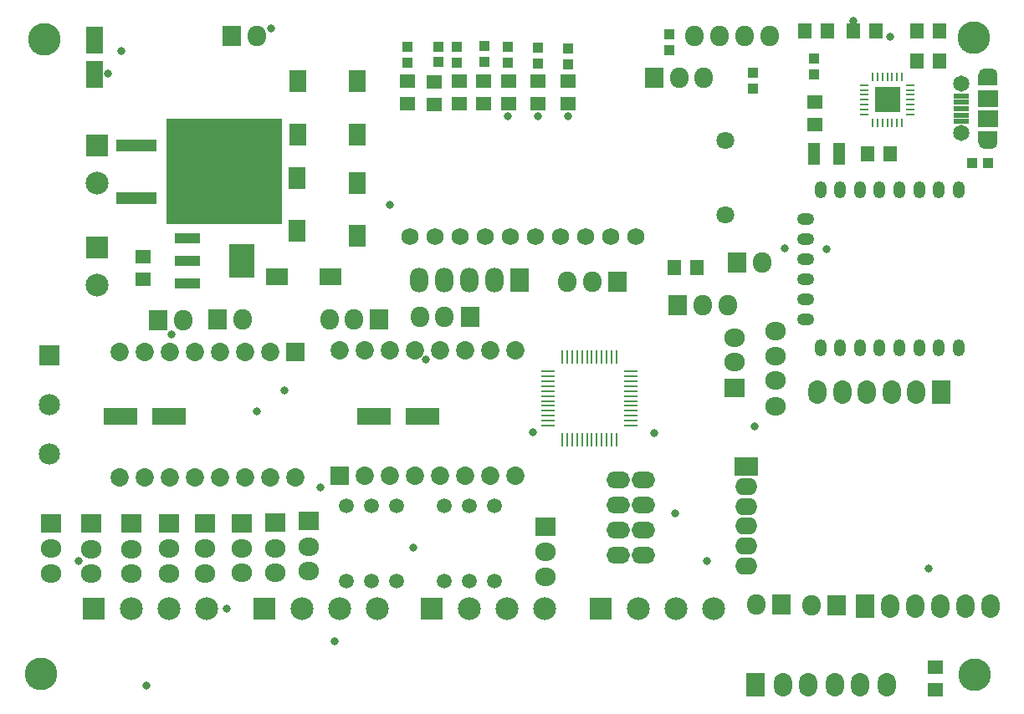
<source format=gts>
G04*
G04 #@! TF.GenerationSoftware,Altium Limited,Altium Designer,18.1.6 (161)*
G04*
G04 Layer_Color=8388736*
%FSTAX24Y24*%
%MOIN*%
G70*
G01*
G75*
%ADD18O,0.0750X0.0480*%
%ADD22R,0.0500X0.0870*%
%ADD32R,0.0080X0.0380*%
%ADD33R,0.0380X0.0080*%
%ADD37R,0.0580X0.0090*%
%ADD38R,0.0090X0.0580*%
%ADD41R,0.0830X0.0670*%
%ADD42R,0.0610X0.0240*%
%ADD43R,0.0867X0.0671*%
%ADD44R,0.0671X0.0867*%
%ADD45R,0.1320X0.0710*%
%ADD46R,0.0580X0.0630*%
%ADD47R,0.1620X0.0470*%
%ADD48R,0.4590X0.4190*%
%ADD49R,0.0630X0.0580*%
%ADD50O,0.0880X0.0680*%
%ADD51R,0.0930X0.0730*%
%ADD52R,0.0395X0.0395*%
%ADD53R,0.0395X0.0395*%
%ADD54R,0.0710X0.1084*%
%ADD55R,0.1000X0.1000*%
%ADD56O,0.0480X0.0680*%
%ADD57O,0.0680X0.0480*%
%ADD58O,0.0680X0.0480*%
%ADD59R,0.1040X0.1320*%
%ADD60R,0.1040X0.0410*%
%ADD61C,0.0907*%
%ADD62R,0.0907X0.0907*%
%ADD63C,0.0650*%
%ADD64C,0.0320*%
%ADD65R,0.0907X0.0907*%
%ADD66O,0.0830X0.0730*%
%ADD67R,0.0830X0.0730*%
%ADD68O,0.0730X0.0830*%
%ADD69R,0.0730X0.0830*%
%ADD70C,0.1300*%
%ADD71C,0.0730*%
%ADD72R,0.0730X0.0730*%
%ADD73C,0.0680*%
%ADD74O,0.0940X0.0680*%
%ADD75C,0.0592*%
%ADD76C,0.0709*%
%ADD77O,0.0730X0.0980*%
%ADD78R,0.0730X0.0980*%
%ADD79O,0.0730X0.0930*%
%ADD80R,0.0730X0.0930*%
%ADD81O,0.0730X0.0930*%
%ADD82R,0.0730X0.0930*%
%ADD83C,0.0848*%
%ADD84R,0.0848X0.0848*%
%ADD85C,0.0316*%
G36*
X047015Y0306D02*
X046265D01*
Y03014D01*
X047015D01*
Y0306D01*
D02*
G37*
G36*
Y032436D02*
X046265D01*
Y032896D01*
X047015D01*
Y032436D01*
D02*
G37*
D18*
X04664Y03014D02*
D03*
Y032896D02*
D03*
D22*
X04073Y02973D02*
D03*
X03971D02*
D03*
D32*
X043231Y030955D02*
D03*
X043034D02*
D03*
X042837D02*
D03*
X04264D02*
D03*
X042443D02*
D03*
X042246D02*
D03*
X042049D02*
D03*
Y032785D02*
D03*
X042246D02*
D03*
X042443D02*
D03*
X04264D02*
D03*
X042837D02*
D03*
X043034D02*
D03*
X043231D02*
D03*
D33*
X041725Y031279D02*
D03*
Y031476D02*
D03*
Y031673D02*
D03*
Y03187D02*
D03*
Y032067D02*
D03*
Y032264D02*
D03*
Y032461D02*
D03*
X043555D02*
D03*
Y032264D02*
D03*
Y032067D02*
D03*
Y03187D02*
D03*
Y031673D02*
D03*
Y031476D02*
D03*
Y031279D02*
D03*
D37*
X02911Y021043D02*
D03*
Y020846D02*
D03*
Y020649D02*
D03*
Y020452D02*
D03*
Y020255D02*
D03*
Y020058D02*
D03*
Y019862D02*
D03*
Y019665D02*
D03*
Y019468D02*
D03*
Y019271D02*
D03*
Y019074D02*
D03*
Y018877D02*
D03*
X03243D02*
D03*
Y019074D02*
D03*
Y019271D02*
D03*
Y019468D02*
D03*
Y019665D02*
D03*
Y019862D02*
D03*
Y020058D02*
D03*
Y020255D02*
D03*
Y020452D02*
D03*
Y020649D02*
D03*
Y020846D02*
D03*
Y021043D02*
D03*
D38*
X029687Y0183D02*
D03*
X029884D02*
D03*
X030081D02*
D03*
X030278D02*
D03*
X030475D02*
D03*
X030672D02*
D03*
X030868D02*
D03*
X031065D02*
D03*
X031262D02*
D03*
X031459D02*
D03*
X031656D02*
D03*
X031853D02*
D03*
Y02162D02*
D03*
X031656D02*
D03*
X031459D02*
D03*
X031262D02*
D03*
X031065D02*
D03*
X030868D02*
D03*
X030672D02*
D03*
X030475D02*
D03*
X030278D02*
D03*
X030081D02*
D03*
X029884D02*
D03*
X029687D02*
D03*
D41*
X04664Y031911D02*
D03*
Y031124D02*
D03*
D42*
X045587Y032029D02*
D03*
Y031774D02*
D03*
Y031518D02*
D03*
Y031262D02*
D03*
Y031006D02*
D03*
D43*
X020453Y02483D02*
D03*
X018327D02*
D03*
D44*
X02152Y028563D02*
D03*
Y026437D02*
D03*
X01913Y028763D02*
D03*
Y026637D02*
D03*
X02152Y032613D02*
D03*
Y030487D02*
D03*
X01917Y030477D02*
D03*
Y032603D02*
D03*
D45*
X024119Y01926D02*
D03*
X02219D02*
D03*
X01401D02*
D03*
X012081D02*
D03*
D46*
X04276Y02971D02*
D03*
X04186D02*
D03*
X03506Y02518D02*
D03*
X03416D02*
D03*
X04473Y03342D02*
D03*
X04383D02*
D03*
X04473Y03461D02*
D03*
X04383D02*
D03*
X0422Y03462D02*
D03*
X0413D02*
D03*
X04025D02*
D03*
X03935D02*
D03*
D47*
X012735Y027961D02*
D03*
Y030039D02*
D03*
D48*
X01623Y029D02*
D03*
D49*
X02353Y03263D02*
D03*
Y03173D02*
D03*
X02655Y03261D02*
D03*
Y03171D02*
D03*
X02755D02*
D03*
Y03261D02*
D03*
X02993Y03172D02*
D03*
Y03262D02*
D03*
X02559Y03171D02*
D03*
Y03261D02*
D03*
X02872Y032613D02*
D03*
Y031713D02*
D03*
X03974Y03178D02*
D03*
Y03088D02*
D03*
X0246Y03169D02*
D03*
Y03259D02*
D03*
X01298Y02561D02*
D03*
Y02471D02*
D03*
X04456Y00835D02*
D03*
Y00925D02*
D03*
D50*
X03702Y013295D02*
D03*
Y014083D02*
D03*
Y01487D02*
D03*
Y015657D02*
D03*
Y016445D02*
D03*
D51*
Y017232D02*
D03*
D52*
X02351Y033345D02*
D03*
Y033975D02*
D03*
X02548Y033358D02*
D03*
Y033988D02*
D03*
X02474Y033365D02*
D03*
Y033995D02*
D03*
X03971Y03289D02*
D03*
Y03352D02*
D03*
X02753Y033351D02*
D03*
Y033981D02*
D03*
X03394Y033835D02*
D03*
Y034465D02*
D03*
X0266Y033395D02*
D03*
Y034025D02*
D03*
X02871Y03332D02*
D03*
Y03395D02*
D03*
X029915Y03329D02*
D03*
Y03392D02*
D03*
X03729Y032945D02*
D03*
Y032315D02*
D03*
D53*
X046665Y02935D02*
D03*
X046035D02*
D03*
D54*
X01107Y034259D02*
D03*
Y032881D02*
D03*
D55*
X04264Y03187D02*
D03*
D56*
X039973Y02828D02*
D03*
X04076D02*
D03*
X041548D02*
D03*
X042335D02*
D03*
X045485D02*
D03*
X043123D02*
D03*
X04391D02*
D03*
X044697D02*
D03*
X045485Y021981D02*
D03*
X044697D02*
D03*
X04391D02*
D03*
X043123D02*
D03*
X042335D02*
D03*
X041548D02*
D03*
X04076D02*
D03*
X039973D02*
D03*
D57*
X039393Y02711D02*
D03*
Y02631D02*
D03*
Y02473D02*
D03*
Y02393D02*
D03*
Y02313D02*
D03*
D58*
Y02551D02*
D03*
D59*
X01691Y02546D02*
D03*
D60*
X01474Y024558D02*
D03*
Y02546D02*
D03*
Y026362D02*
D03*
D61*
X01114Y02449D02*
D03*
X032722Y011575D02*
D03*
X034222D02*
D03*
X035722D02*
D03*
X015505Y01158D02*
D03*
X014005D02*
D03*
X012505D02*
D03*
X022337Y011575D02*
D03*
X020837D02*
D03*
X019337D02*
D03*
X028992D02*
D03*
X027492D02*
D03*
X025992D02*
D03*
X011169Y02856D02*
D03*
D62*
X01114Y02599D02*
D03*
X011169Y03006D02*
D03*
D63*
X045577Y032502D02*
D03*
Y030533D02*
D03*
D64*
X046775Y032896D02*
D03*
X046505D02*
D03*
X046775Y03014D02*
D03*
X046505D02*
D03*
D65*
X031222Y011575D02*
D03*
X011005Y01158D02*
D03*
X017837Y011575D02*
D03*
X024492D02*
D03*
D66*
X02903Y01286D02*
D03*
Y01384D02*
D03*
X0382Y01966D02*
D03*
Y02067D02*
D03*
Y02165D02*
D03*
Y02266D02*
D03*
X01692Y01398D02*
D03*
Y013D02*
D03*
X01547Y01397D02*
D03*
Y01299D02*
D03*
X0196Y01406D02*
D03*
Y01308D02*
D03*
X01827Y01399D02*
D03*
Y01301D02*
D03*
X01093Y01396D02*
D03*
Y01298D02*
D03*
X00932Y01397D02*
D03*
Y01299D02*
D03*
X01402Y01397D02*
D03*
Y01299D02*
D03*
X01252Y01396D02*
D03*
Y01298D02*
D03*
X03656Y0214D02*
D03*
Y02238D02*
D03*
D67*
X02903Y01485D02*
D03*
X01692Y01499D02*
D03*
X01547Y01498D02*
D03*
X0196Y01507D02*
D03*
X01827Y015D02*
D03*
X01093Y01497D02*
D03*
X00932Y01498D02*
D03*
X01402D02*
D03*
X01252Y01497D02*
D03*
X03656Y02039D02*
D03*
D68*
X01695Y0231D02*
D03*
X01752Y03441D02*
D03*
X03795Y03442D02*
D03*
X03694D02*
D03*
X03596D02*
D03*
X03495D02*
D03*
X03767Y02537D02*
D03*
X03741Y01175D02*
D03*
X03962Y01172D02*
D03*
X03435Y03275D02*
D03*
X03533D02*
D03*
X0353Y02368D02*
D03*
X03628D02*
D03*
X01459Y02308D02*
D03*
X02139Y02312D02*
D03*
X02041D02*
D03*
X025Y02322D02*
D03*
X02402D02*
D03*
X0299Y02462D02*
D03*
X03088D02*
D03*
D69*
X01594Y0231D02*
D03*
X01651Y03441D02*
D03*
X03666Y02537D02*
D03*
X03842Y01175D02*
D03*
X04063Y01172D02*
D03*
X03334Y03275D02*
D03*
X03429Y02368D02*
D03*
X01358Y02308D02*
D03*
X0224Y02312D02*
D03*
X02601Y02322D02*
D03*
X03189Y02462D02*
D03*
D70*
X00906Y03427D02*
D03*
X0461Y03436D02*
D03*
X04612Y00894D02*
D03*
X00891Y00897D02*
D03*
D71*
X02783Y02188D02*
D03*
X02683D02*
D03*
X02583D02*
D03*
X02483D02*
D03*
X02083D02*
D03*
X02183D02*
D03*
X02283D02*
D03*
X02183Y01688D02*
D03*
X02283D02*
D03*
X02783D02*
D03*
X02683D02*
D03*
X02583D02*
D03*
X02483D02*
D03*
X02383Y02188D02*
D03*
Y01688D02*
D03*
X01207Y01683D02*
D03*
X01307D02*
D03*
X01407D02*
D03*
X01507D02*
D03*
X01907D02*
D03*
X01807D02*
D03*
X01707D02*
D03*
X01807Y02183D02*
D03*
X01707D02*
D03*
X01207D02*
D03*
X01307D02*
D03*
X01407D02*
D03*
X01507D02*
D03*
X01607Y01683D02*
D03*
Y02183D02*
D03*
D72*
X02083Y01688D02*
D03*
X01907Y02183D02*
D03*
D73*
X02362Y02642D02*
D03*
X02462D02*
D03*
X02562D02*
D03*
X02662D02*
D03*
X02762D02*
D03*
X02862D02*
D03*
X02962D02*
D03*
X03062D02*
D03*
X03162D02*
D03*
X03262D02*
D03*
D74*
X03193Y0147D02*
D03*
Y0137D02*
D03*
X03293Y0167D02*
D03*
Y0157D02*
D03*
Y0147D02*
D03*
Y0137D02*
D03*
X03193Y0157D02*
D03*
Y0167D02*
D03*
D75*
X024995Y012675D02*
D03*
X025995D02*
D03*
X026995D02*
D03*
Y015675D02*
D03*
X025995D02*
D03*
X024995D02*
D03*
X021095Y012673D02*
D03*
X022095D02*
D03*
X023095D02*
D03*
Y015673D02*
D03*
X022095D02*
D03*
X021095D02*
D03*
D76*
X03619Y030262D02*
D03*
Y02727D02*
D03*
D77*
X02398Y02469D02*
D03*
X02698D02*
D03*
X02598D02*
D03*
X02498D02*
D03*
D78*
X02798D02*
D03*
D79*
X04577Y01169D02*
D03*
X04277D02*
D03*
X04377D02*
D03*
X04477D02*
D03*
X04677D02*
D03*
D80*
X04177D02*
D03*
D81*
X039857Y02022D02*
D03*
X040841D02*
D03*
X041826D02*
D03*
X04281D02*
D03*
X043794D02*
D03*
X03849Y00854D02*
D03*
X03949D02*
D03*
X04054D02*
D03*
X04156D02*
D03*
X04262D02*
D03*
D82*
X044778Y02022D02*
D03*
X03739Y00854D02*
D03*
D83*
X00927Y019728D02*
D03*
Y01776D02*
D03*
D84*
Y021697D02*
D03*
D85*
X02424Y0215D02*
D03*
X033355Y018575D02*
D03*
X042755Y034378D02*
D03*
X03419Y01538D02*
D03*
X037345Y018845D02*
D03*
X016315Y01158D02*
D03*
X01043Y01347D02*
D03*
X02282Y027665D02*
D03*
X018087Y0347D02*
D03*
X038547Y025963D02*
D03*
X028735Y0312D02*
D03*
X02993D02*
D03*
X027525Y03121D02*
D03*
X01861Y020265D02*
D03*
X020038Y01642D02*
D03*
X035455Y01347D02*
D03*
X01312Y008525D02*
D03*
X02853Y0186D02*
D03*
X017535Y01946D02*
D03*
X02375Y014013D02*
D03*
X02062Y010285D02*
D03*
X044295Y013195D02*
D03*
X04021Y0259D02*
D03*
X012125Y03383D02*
D03*
X01159Y032905D02*
D03*
X014115Y022513D02*
D03*
X04128Y03503D02*
D03*
M02*

</source>
